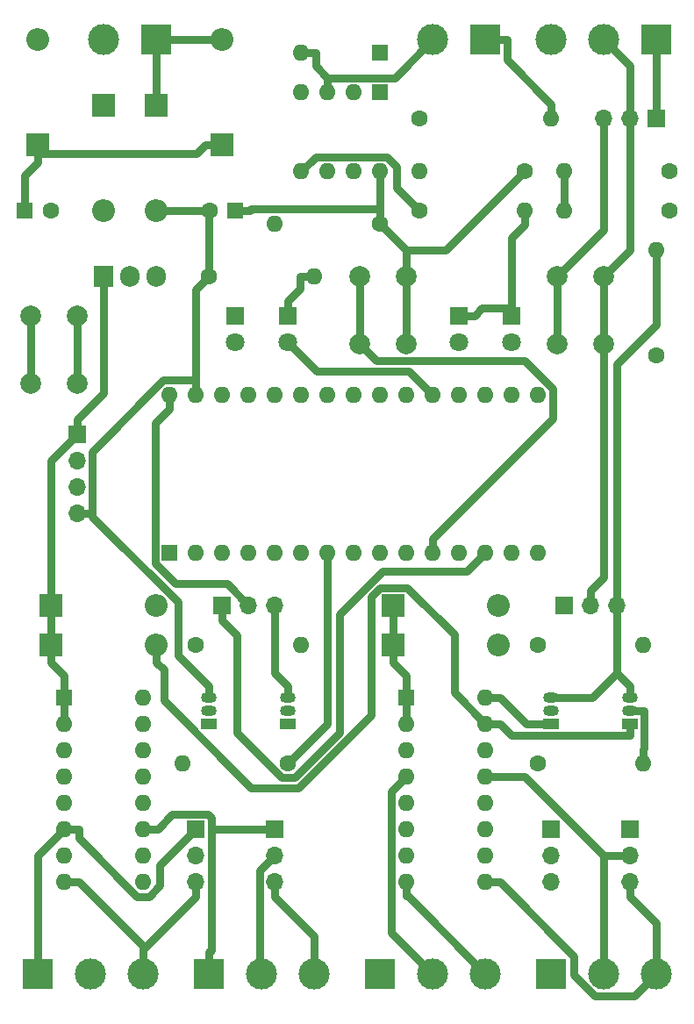
<source format=gbr>
%TF.GenerationSoftware,KiCad,Pcbnew,(6.0.6)*%
%TF.CreationDate,2023-08-03T10:39:42+02:00*%
%TF.ProjectId,SM01,534d3031-2e6b-4696-9361-645f70636258,1.2*%
%TF.SameCoordinates,Original*%
%TF.FileFunction,Copper,L1,Top*%
%TF.FilePolarity,Positive*%
%FSLAX46Y46*%
G04 Gerber Fmt 4.6, Leading zero omitted, Abs format (unit mm)*
G04 Created by KiCad (PCBNEW (6.0.6)) date 2023-08-03 10:39:42*
%MOMM*%
%LPD*%
G01*
G04 APERTURE LIST*
%TA.AperFunction,ComponentPad*%
%ADD10R,1.600000X1.600000*%
%TD*%
%TA.AperFunction,ComponentPad*%
%ADD11O,1.600000X1.600000*%
%TD*%
%TA.AperFunction,ComponentPad*%
%ADD12C,1.600000*%
%TD*%
%TA.AperFunction,ComponentPad*%
%ADD13R,2.200000X2.200000*%
%TD*%
%TA.AperFunction,ComponentPad*%
%ADD14O,2.200000X2.200000*%
%TD*%
%TA.AperFunction,ComponentPad*%
%ADD15R,3.000000X3.000000*%
%TD*%
%TA.AperFunction,ComponentPad*%
%ADD16C,3.000000*%
%TD*%
%TA.AperFunction,ComponentPad*%
%ADD17R,1.500000X1.050000*%
%TD*%
%TA.AperFunction,ComponentPad*%
%ADD18O,1.500000X1.050000*%
%TD*%
%TA.AperFunction,ComponentPad*%
%ADD19C,2.000000*%
%TD*%
%TA.AperFunction,ComponentPad*%
%ADD20R,1.905000X2.000000*%
%TD*%
%TA.AperFunction,ComponentPad*%
%ADD21O,1.905000X2.000000*%
%TD*%
%TA.AperFunction,ComponentPad*%
%ADD22R,1.700000X1.700000*%
%TD*%
%TA.AperFunction,ComponentPad*%
%ADD23O,1.700000X1.700000*%
%TD*%
%TA.AperFunction,ComponentPad*%
%ADD24R,1.800000X1.800000*%
%TD*%
%TA.AperFunction,ComponentPad*%
%ADD25C,1.800000*%
%TD*%
%TA.AperFunction,Conductor*%
%ADD26C,0.750000*%
%TD*%
G04 APERTURE END LIST*
D10*
%TO.P,A1,1,D1/TX*%
%TO.N,Net-(A1-Pad1)*%
X30480000Y-71120000D03*
D11*
%TO.P,A1,2,D0/RX*%
%TO.N,Net-(A1-Pad2)*%
X33020000Y-71120000D03*
%TO.P,A1,3,~{RESET}*%
%TO.N,unconnected-(A1-Pad3)*%
X35560000Y-71120000D03*
%TO.P,A1,4,GND*%
%TO.N,unconnected-(A1-Pad4)*%
X38100000Y-71120000D03*
%TO.P,A1,5,D2*%
%TO.N,DCC*%
X40640000Y-71120000D03*
%TO.P,A1,6,D3*%
%TO.N,SET_A*%
X43180000Y-71120000D03*
%TO.P,A1,7,D4*%
%TO.N,RESET_A*%
X45720000Y-71120000D03*
%TO.P,A1,8,D5*%
%TO.N,SET_B*%
X48260000Y-71120000D03*
%TO.P,A1,9,D6*%
%TO.N,RESET_B*%
X50800000Y-71120000D03*
%TO.P,A1,10,D7*%
%TO.N,SW_MODE*%
X53340000Y-71120000D03*
%TO.P,A1,11,D8*%
%TO.N,SW_POS_A*%
X55880000Y-71120000D03*
%TO.P,A1,12,D9*%
%TO.N,SW_POS_B*%
X58420000Y-71120000D03*
%TO.P,A1,13,D10*%
%TO.N,Net-(A1-Pad13)*%
X60960000Y-71120000D03*
%TO.P,A1,14,D11*%
%TO.N,Net-(A1-Pad14)*%
X63500000Y-71120000D03*
%TO.P,A1,15,D12*%
%TO.N,unconnected-(A1-Pad15)*%
X66040000Y-71120000D03*
%TO.P,A1,16,D13*%
%TO.N,unconnected-(A1-Pad16)*%
X66040000Y-55880000D03*
%TO.P,A1,17,3V3*%
%TO.N,unconnected-(A1-Pad17)*%
X63500000Y-55880000D03*
%TO.P,A1,18,AREF*%
%TO.N,unconnected-(A1-Pad18)*%
X60960000Y-55880000D03*
%TO.P,A1,19,A0*%
%TO.N,Net-(A1-Pad19)*%
X58420000Y-55880000D03*
%TO.P,A1,20,A1*%
%TO.N,Net-(A1-Pad20)*%
X55880000Y-55880000D03*
%TO.P,A1,21,A2*%
%TO.N,Net-(A1-Pad21)*%
X53340000Y-55880000D03*
%TO.P,A1,22,A3*%
%TO.N,Net-(A1-Pad22)*%
X50800000Y-55880000D03*
%TO.P,A1,23,A4*%
%TO.N,unconnected-(A1-Pad23)*%
X48260000Y-55880000D03*
%TO.P,A1,24,A5*%
%TO.N,unconnected-(A1-Pad24)*%
X45720000Y-55880000D03*
%TO.P,A1,25,A6*%
%TO.N,unconnected-(A1-Pad25)*%
X43180000Y-55880000D03*
%TO.P,A1,26,A7*%
%TO.N,unconnected-(A1-Pad26)*%
X40640000Y-55880000D03*
%TO.P,A1,27,+5V*%
%TO.N,unconnected-(A1-Pad27)*%
X38100000Y-55880000D03*
%TO.P,A1,28,~{RESET}*%
%TO.N,unconnected-(A1-Pad28)*%
X35560000Y-55880000D03*
%TO.P,A1,29,GND*%
%TO.N,GND*%
X33020000Y-55880000D03*
%TO.P,A1,30,VIN*%
%TO.N,+5V*%
X30480000Y-55880000D03*
%TD*%
D10*
%TO.P,C1,1*%
%TO.N,VCC*%
X16510000Y-38100000D03*
D12*
%TO.P,C1,2*%
%TO.N,GND*%
X19010000Y-38100000D03*
%TD*%
D10*
%TO.P,C2,1*%
%TO.N,+5V*%
X36830000Y-38100000D03*
D12*
%TO.P,C2,2*%
%TO.N,GND*%
X34330000Y-38100000D03*
%TD*%
D13*
%TO.P,D1,1,K*%
%TO.N,VCC*%
X35560000Y-31750000D03*
D14*
%TO.P,D1,2,A*%
%TO.N,Net-(D1-Pad2)*%
X35560000Y-21590000D03*
%TD*%
D13*
%TO.P,D2,1,K*%
%TO.N,Net-(D1-Pad2)*%
X29210000Y-27940000D03*
D14*
%TO.P,D2,2,A*%
%TO.N,GND*%
X29210000Y-38100000D03*
%TD*%
D13*
%TO.P,D3,1,K*%
%TO.N,VCC*%
X17780000Y-31750000D03*
D14*
%TO.P,D3,2,A*%
%TO.N,Net-(D3-Pad2)*%
X17780000Y-21590000D03*
%TD*%
D13*
%TO.P,D4,1,K*%
%TO.N,Net-(D3-Pad2)*%
X24130000Y-27940000D03*
D14*
%TO.P,D4,2,A*%
%TO.N,GND*%
X24130000Y-38100000D03*
%TD*%
D13*
%TO.P,D10,1,K*%
%TO.N,VCC*%
X52070000Y-80010000D03*
D14*
%TO.P,D10,2,A*%
%TO.N,Net-(D10-Pad2)*%
X62230000Y-80010000D03*
%TD*%
D13*
%TO.P,D11,1,K*%
%TO.N,VCC*%
X52070000Y-76200000D03*
D14*
%TO.P,D11,2,A*%
%TO.N,Net-(D11-Pad2)*%
X62230000Y-76200000D03*
%TD*%
D15*
%TO.P,J1,1,Pin_1*%
%TO.N,Net-(J1-Pad1)*%
X60960000Y-21590000D03*
D16*
%TO.P,J1,2,Pin_2*%
%TO.N,Net-(D5-Pad2)*%
X55880000Y-21590000D03*
%TD*%
D15*
%TO.P,J2,1,Pin_1*%
%TO.N,Net-(D1-Pad2)*%
X29210000Y-21590000D03*
D16*
%TO.P,J2,2,Pin_2*%
%TO.N,Net-(D3-Pad2)*%
X24130000Y-21590000D03*
%TD*%
D15*
%TO.P,J3,1,Pin_1*%
%TO.N,SW_POS_A*%
X77470000Y-21590000D03*
D16*
%TO.P,J3,2,Pin_2*%
%TO.N,+5V*%
X72390000Y-21590000D03*
%TO.P,J3,3,Pin_3*%
%TO.N,SW_POS_B*%
X67310000Y-21590000D03*
%TD*%
D15*
%TO.P,J8,1,Pin_1*%
%TO.N,Net-(J12-Pad1)*%
X17780000Y-111760000D03*
D16*
%TO.P,J8,2,Pin_2*%
%TO.N,Net-(J12-Pad2)*%
X22860000Y-111760000D03*
%TO.P,J8,3,Pin_3*%
%TO.N,Net-(J12-Pad3)*%
X27940000Y-111760000D03*
%TD*%
D15*
%TO.P,J9,1,Pin_1*%
%TO.N,Net-(J13-Pad1)*%
X34290000Y-111760000D03*
D16*
%TO.P,J9,2,Pin_2*%
%TO.N,Net-(J13-Pad2)*%
X39370000Y-111760000D03*
%TO.P,J9,3,Pin_3*%
%TO.N,Net-(J13-Pad3)*%
X44450000Y-111760000D03*
%TD*%
D15*
%TO.P,J10,1,Pin_1*%
%TO.N,Net-(J10-Pad1)*%
X50800000Y-111760000D03*
D16*
%TO.P,J10,2,Pin_2*%
%TO.N,Net-(J10-Pad2)*%
X55880000Y-111760000D03*
%TO.P,J10,3,Pin_3*%
%TO.N,Net-(J10-Pad3)*%
X60960000Y-111760000D03*
%TD*%
D15*
%TO.P,J11,1,Pin_1*%
%TO.N,Net-(J11-Pad1)*%
X67310000Y-111760000D03*
D16*
%TO.P,J11,2,Pin_2*%
%TO.N,Net-(J11-Pad2)*%
X72390000Y-111760000D03*
%TO.P,J11,3,Pin_3*%
%TO.N,Net-(J11-Pad3)*%
X77470000Y-111760000D03*
%TD*%
D10*
%TO.P,K1,1*%
%TO.N,VCC*%
X20320000Y-85090000D03*
D11*
%TO.P,K1,2*%
X20320000Y-87630000D03*
%TO.P,K1,3*%
%TO.N,N/C*%
X20320000Y-90170000D03*
%TO.P,K1,4*%
%TO.N,Net-(J12-Pad2)*%
X20320000Y-92710000D03*
%TO.P,K1,5*%
%TO.N,N/C*%
X20320000Y-95250000D03*
%TO.P,K1,6*%
%TO.N,Net-(J12-Pad1)*%
X20320000Y-97790000D03*
%TO.P,K1,7*%
%TO.N,N/C*%
X20320000Y-100330000D03*
%TO.P,K1,8*%
%TO.N,Net-(J12-Pad3)*%
X20320000Y-102870000D03*
%TO.P,K1,9*%
%TO.N,Net-(J13-Pad3)*%
X27940000Y-102870000D03*
%TO.P,K1,10*%
%TO.N,N/C*%
X27940000Y-100330000D03*
%TO.P,K1,11*%
%TO.N,Net-(J13-Pad1)*%
X27940000Y-97790000D03*
%TO.P,K1,12*%
%TO.N,N/C*%
X27940000Y-95250000D03*
%TO.P,K1,13*%
%TO.N,Net-(J13-Pad2)*%
X27940000Y-92710000D03*
%TO.P,K1,14*%
%TO.N,N/C*%
X27940000Y-90170000D03*
%TO.P,K1,15*%
%TO.N,Net-(D11-Pad2)*%
X27940000Y-87630000D03*
%TO.P,K1,16*%
%TO.N,Net-(D10-Pad2)*%
X27940000Y-85090000D03*
%TD*%
D10*
%TO.P,K2,1*%
%TO.N,VCC*%
X53340000Y-85090000D03*
D11*
%TO.P,K2,2*%
X53340000Y-87630000D03*
%TO.P,K2,3*%
%TO.N,N/C*%
X53340000Y-90170000D03*
%TO.P,K2,4*%
%TO.N,Net-(J10-Pad2)*%
X53340000Y-92710000D03*
%TO.P,K2,5*%
%TO.N,N/C*%
X53340000Y-95250000D03*
%TO.P,K2,6*%
%TO.N,Net-(J10-Pad1)*%
X53340000Y-97790000D03*
%TO.P,K2,7*%
%TO.N,N/C*%
X53340000Y-100330000D03*
%TO.P,K2,8*%
%TO.N,Net-(J10-Pad3)*%
X53340000Y-102870000D03*
%TO.P,K2,9*%
%TO.N,Net-(J11-Pad3)*%
X60960000Y-102870000D03*
%TO.P,K2,10*%
%TO.N,N/C*%
X60960000Y-100330000D03*
%TO.P,K2,11*%
%TO.N,Net-(J11-Pad1)*%
X60960000Y-97790000D03*
%TO.P,K2,12*%
%TO.N,N/C*%
X60960000Y-95250000D03*
%TO.P,K2,13*%
%TO.N,Net-(J11-Pad2)*%
X60960000Y-92710000D03*
%TO.P,K2,14*%
%TO.N,N/C*%
X60960000Y-90170000D03*
%TO.P,K2,15*%
%TO.N,Net-(D13-Pad2)*%
X60960000Y-87630000D03*
%TO.P,K2,16*%
%TO.N,Net-(D12-Pad2)*%
X60960000Y-85090000D03*
%TD*%
D17*
%TO.P,Q4,1,C*%
%TO.N,Net-(D13-Pad2)*%
X74930000Y-87630000D03*
D18*
%TO.P,Q4,2,B*%
%TO.N,Net-(Q4-Pad2)*%
X74930000Y-86360000D03*
%TO.P,Q4,3,E*%
%TO.N,GND*%
X74930000Y-85090000D03*
%TD*%
D12*
%TO.P,R1,1*%
%TO.N,Net-(D5-Pad1)*%
X54610000Y-29210000D03*
D11*
%TO.P,R1,2*%
%TO.N,Net-(J1-Pad1)*%
X67310000Y-29210000D03*
%TD*%
D12*
%TO.P,R2,1*%
%TO.N,SW_MODE*%
X78740000Y-34290000D03*
D11*
%TO.P,R2,2*%
%TO.N,GND*%
X68580000Y-34290000D03*
%TD*%
D12*
%TO.P,R3,1*%
%TO.N,SW_POS_A*%
X78740000Y-38100000D03*
D11*
%TO.P,R3,2*%
%TO.N,GND*%
X68580000Y-38100000D03*
%TD*%
D12*
%TO.P,R4,1*%
%TO.N,SW_POS_B*%
X77470000Y-52070000D03*
D11*
%TO.P,R4,2*%
%TO.N,GND*%
X77470000Y-41910000D03*
%TD*%
D12*
%TO.P,R5,1*%
%TO.N,+5V*%
X64770000Y-34290000D03*
D11*
%TO.P,R5,2*%
%TO.N,Net-(R5-Pad2)*%
X54610000Y-34290000D03*
%TD*%
D12*
%TO.P,R6,1*%
%TO.N,+5V*%
X50800000Y-39370000D03*
D11*
%TO.P,R6,2*%
%TO.N,DCC*%
X40640000Y-39370000D03*
%TD*%
D12*
%TO.P,R7,1*%
%TO.N,GND*%
X34290000Y-44450000D03*
D11*
%TO.P,R7,2*%
%TO.N,Net-(D6-Pad1)*%
X44450000Y-44450000D03*
%TD*%
D12*
%TO.P,R8,1*%
%TO.N,GND*%
X54610000Y-38100000D03*
D11*
%TO.P,R8,2*%
%TO.N,Net-(D8-Pad1)*%
X64770000Y-38100000D03*
%TD*%
D12*
%TO.P,R9,1*%
%TO.N,SET_A*%
X33020000Y-80010000D03*
D11*
%TO.P,R9,2*%
%TO.N,Net-(Q1-Pad2)*%
X43180000Y-80010000D03*
%TD*%
D12*
%TO.P,R10,1*%
%TO.N,RESET_A*%
X41910000Y-91440000D03*
D11*
%TO.P,R10,2*%
%TO.N,Net-(Q2-Pad2)*%
X31750000Y-91440000D03*
%TD*%
D12*
%TO.P,R12,1*%
%TO.N,RESET_B*%
X66040000Y-91440000D03*
D11*
%TO.P,R12,2*%
%TO.N,Net-(Q4-Pad2)*%
X76200000Y-91440000D03*
%TD*%
D19*
%TO.P,SW1,1,1*%
%TO.N,+5V*%
X21590000Y-48260000D03*
X21590000Y-54760000D03*
%TO.P,SW1,2,2*%
%TO.N,SW_MODE*%
X17090000Y-54760000D03*
X17090000Y-48260000D03*
%TD*%
%TO.P,SW2,1,1*%
%TO.N,+5V*%
X53340000Y-50950000D03*
X53340000Y-44450000D03*
%TO.P,SW2,2,2*%
%TO.N,SW_POS_A*%
X48840000Y-44450000D03*
X48840000Y-50950000D03*
%TD*%
%TO.P,SW3,1,1*%
%TO.N,+5V*%
X72390000Y-50950000D03*
X72390000Y-44450000D03*
%TO.P,SW3,2,2*%
%TO.N,SW_POS_B*%
X67890000Y-44450000D03*
X67890000Y-50950000D03*
%TD*%
D10*
%TO.P,U1,1,NC*%
%TO.N,unconnected-(U1-Pad1)*%
X50800000Y-26670000D03*
D11*
%TO.P,U1,2,A*%
%TO.N,Net-(D5-Pad1)*%
X48260000Y-26670000D03*
%TO.P,U1,3,C*%
%TO.N,Net-(D5-Pad2)*%
X45720000Y-26670000D03*
%TO.P,U1,4*%
%TO.N,N/C*%
X43180000Y-26670000D03*
%TO.P,U1,5,GND*%
%TO.N,GND*%
X43180000Y-34290000D03*
%TO.P,U1,6,VO*%
%TO.N,DCC*%
X45720000Y-34290000D03*
%TO.P,U1,7,EN*%
%TO.N,Net-(R5-Pad2)*%
X48260000Y-34290000D03*
%TO.P,U1,8,VCC*%
%TO.N,+5V*%
X50800000Y-34290000D03*
%TD*%
D20*
%TO.P,U2,1,VI*%
%TO.N,VCC*%
X24130000Y-44450000D03*
D21*
%TO.P,U2,2,GND*%
%TO.N,GND*%
X26670000Y-44450000D03*
%TO.P,U2,3,VO*%
%TO.N,+5V*%
X29210000Y-44450000D03*
%TD*%
D22*
%TO.P,J5,1,Pin_1*%
%TO.N,VCC*%
X21590000Y-59690000D03*
D23*
%TO.P,J5,2,Pin_2*%
%TO.N,Net-(A1-Pad2)*%
X21590000Y-62230000D03*
%TO.P,J5,3,Pin_3*%
%TO.N,Net-(A1-Pad1)*%
X21590000Y-64770000D03*
%TO.P,J5,4,Pin_4*%
%TO.N,GND*%
X21590000Y-67310000D03*
%TD*%
D18*
%TO.P,Q1,3,E*%
%TO.N,GND*%
X34290000Y-85090000D03*
%TO.P,Q1,2,B*%
%TO.N,Net-(Q1-Pad2)*%
X34290000Y-86360000D03*
D17*
%TO.P,Q1,1,C*%
%TO.N,Net-(D10-Pad2)*%
X34290000Y-87630000D03*
%TD*%
%TO.P,Q3,1,C*%
%TO.N,Net-(D12-Pad2)*%
X67310000Y-87630000D03*
D18*
%TO.P,Q3,2,B*%
%TO.N,Net-(Q3-Pad2)*%
X67310000Y-86360000D03*
%TO.P,Q3,3,E*%
%TO.N,GND*%
X67310000Y-85090000D03*
%TD*%
D17*
%TO.P,Q2,1,C*%
%TO.N,Net-(D11-Pad2)*%
X41910000Y-87630000D03*
D18*
%TO.P,Q2,2,B*%
%TO.N,Net-(Q2-Pad2)*%
X41910000Y-86360000D03*
%TO.P,Q2,3,E*%
%TO.N,GND*%
X41910000Y-85090000D03*
%TD*%
D10*
%TO.P,D5,1,K*%
%TO.N,Net-(D5-Pad1)*%
X50800000Y-22860000D03*
D11*
%TO.P,D5,2,A*%
%TO.N,Net-(D5-Pad2)*%
X43180000Y-22860000D03*
%TD*%
D23*
%TO.P,J6,3,Pin_3*%
%TO.N,GND*%
X40640000Y-76200000D03*
%TO.P,J6,2,Pin_2*%
%TO.N,+5V*%
X38100000Y-76200000D03*
D22*
%TO.P,J6,1,Pin_1*%
%TO.N,Net-(A1-Pad13)*%
X35560000Y-76200000D03*
%TD*%
%TO.P,J7,1,Pin_1*%
%TO.N,Net-(A1-Pad14)*%
X68580000Y-76200000D03*
D23*
%TO.P,J7,2,Pin_2*%
%TO.N,+5V*%
X71120000Y-76200000D03*
%TO.P,J7,3,Pin_3*%
%TO.N,GND*%
X73660000Y-76200000D03*
%TD*%
D12*
%TO.P,R11,1*%
%TO.N,SET_B*%
X66040000Y-80010000D03*
D11*
%TO.P,R11,2*%
%TO.N,Net-(Q3-Pad2)*%
X76200000Y-80010000D03*
%TD*%
D22*
%TO.P,J4,1,Pin_1*%
%TO.N,SW_POS_A*%
X77470000Y-29210000D03*
D23*
%TO.P,J4,2,Pin_2*%
%TO.N,+5V*%
X74930000Y-29210000D03*
%TO.P,J4,3,Pin_3*%
%TO.N,SW_POS_B*%
X72390000Y-29210000D03*
%TD*%
D22*
%TO.P,J12,1,Pin_1*%
%TO.N,Net-(J12-Pad1)*%
X33020000Y-97790000D03*
D23*
%TO.P,J12,2,Pin_2*%
%TO.N,Net-(J12-Pad2)*%
X33020000Y-100330000D03*
%TO.P,J12,3,Pin_3*%
%TO.N,Net-(J12-Pad3)*%
X33020000Y-102870000D03*
%TD*%
D22*
%TO.P,J13,1,Pin_1*%
%TO.N,Net-(J13-Pad1)*%
X40640000Y-97790000D03*
D23*
%TO.P,J13,2,Pin_2*%
%TO.N,Net-(J13-Pad2)*%
X40640000Y-100330000D03*
%TO.P,J13,3,Pin_3*%
%TO.N,Net-(J13-Pad3)*%
X40640000Y-102870000D03*
%TD*%
D22*
%TO.P,J14,1,Pin_1*%
%TO.N,Net-(J10-Pad1)*%
X67310000Y-97790000D03*
D23*
%TO.P,J14,2,Pin_2*%
%TO.N,Net-(J10-Pad2)*%
X67310000Y-100330000D03*
%TO.P,J14,3,Pin_3*%
%TO.N,Net-(J10-Pad3)*%
X67310000Y-102870000D03*
%TD*%
D22*
%TO.P,J15,1,Pin_1*%
%TO.N,Net-(J11-Pad1)*%
X74930000Y-97790000D03*
D23*
%TO.P,J15,2,Pin_2*%
%TO.N,Net-(J11-Pad2)*%
X74930000Y-100330000D03*
%TO.P,J15,3,Pin_3*%
%TO.N,Net-(J11-Pad3)*%
X74930000Y-102870000D03*
%TD*%
D24*
%TO.P,D6,1,K*%
%TO.N,Net-(D6-Pad1)*%
X36830000Y-48260000D03*
D25*
%TO.P,D6,2,A*%
%TO.N,Net-(A1-Pad19)*%
X36830000Y-50800000D03*
%TD*%
D24*
%TO.P,D7,1,K*%
%TO.N,Net-(D6-Pad1)*%
X41910000Y-48260000D03*
D25*
%TO.P,D7,2,A*%
%TO.N,Net-(A1-Pad20)*%
X41910000Y-50800000D03*
%TD*%
D24*
%TO.P,D8,1,K*%
%TO.N,Net-(D8-Pad1)*%
X58420000Y-48260000D03*
D25*
%TO.P,D8,2,A*%
%TO.N,Net-(A1-Pad21)*%
X58420000Y-50800000D03*
%TD*%
D24*
%TO.P,D9,1,K*%
%TO.N,Net-(D8-Pad1)*%
X63500000Y-48260000D03*
D25*
%TO.P,D9,2,A*%
%TO.N,Net-(A1-Pad22)*%
X63500000Y-50800000D03*
%TD*%
D13*
%TO.P,D12,1,K*%
%TO.N,VCC*%
X19050000Y-76200000D03*
D14*
%TO.P,D12,2,A*%
%TO.N,Net-(D12-Pad2)*%
X29210000Y-76200000D03*
%TD*%
D13*
%TO.P,D13,1,K*%
%TO.N,VCC*%
X19050000Y-80010000D03*
D14*
%TO.P,D13,2,A*%
%TO.N,Net-(D13-Pad2)*%
X29210000Y-80010000D03*
%TD*%
D26*
%TO.N,Net-(A1-Pad20)*%
X53556400Y-53556400D02*
X55880000Y-55880000D01*
X44666400Y-53556400D02*
X53556400Y-53556400D01*
X41910000Y-50800000D02*
X44666400Y-53556400D01*
%TO.N,RESET_A*%
X41910000Y-91440000D02*
X45720000Y-87630000D01*
X45720000Y-71120000D02*
X45720000Y-72495300D01*
X45720000Y-87630000D02*
X45720000Y-72495300D01*
%TO.N,SW_MODE*%
X17090000Y-54760000D02*
X17090000Y-48260000D01*
%TO.N,SW_POS_A*%
X55880000Y-71120000D02*
X55880000Y-69744700D01*
X67473500Y-55331500D02*
X67473500Y-58151200D01*
X67473500Y-58151200D02*
X55880000Y-69744700D01*
X50476700Y-52586700D02*
X64728700Y-52586700D01*
X48840000Y-50950000D02*
X48840000Y-44450000D01*
X77470000Y-29210000D02*
X77470000Y-21590000D01*
X64728700Y-52586700D02*
X67473500Y-55331500D01*
X48840000Y-50950000D02*
X50476700Y-52586700D01*
%TO.N,SW_POS_B*%
X72390000Y-39950000D02*
X67890000Y-44450000D01*
X67890000Y-44450000D02*
X67890000Y-50950000D01*
X72390000Y-29210000D02*
X72390000Y-39950000D01*
%TO.N,Net-(A1-Pad13)*%
X46891900Y-77016600D02*
X46891900Y-88462200D01*
X35560000Y-76200000D02*
X35560000Y-77625300D01*
X46891900Y-88462200D02*
X42528200Y-92825900D01*
X60960000Y-71120000D02*
X59166700Y-72913300D01*
X50995200Y-72913300D02*
X46891900Y-77016600D01*
X36985300Y-79050600D02*
X35560000Y-77625300D01*
X41323600Y-92825900D02*
X36985300Y-88487600D01*
X59166700Y-72913300D02*
X50995200Y-72913300D01*
X36985300Y-88487600D02*
X36985300Y-79050600D01*
X42528200Y-92825900D02*
X41323600Y-92825900D01*
%TO.N,GND*%
X33020000Y-54481800D02*
X33020000Y-55880000D01*
X77470000Y-49105000D02*
X77470000Y-41910000D01*
X52409100Y-35899100D02*
X52409100Y-33883000D01*
X68580000Y-38100000D02*
X68580000Y-34290000D01*
X21590000Y-67310000D02*
X22777700Y-67310000D01*
X23015300Y-67310000D02*
X23015300Y-67610000D01*
X33020000Y-45720000D02*
X33020000Y-54481800D01*
X67310000Y-85090000D02*
X71289700Y-85090000D01*
X23015300Y-67310000D02*
X23015300Y-61360000D01*
X34290000Y-85090000D02*
X34290000Y-83989700D01*
X23015300Y-67610000D02*
X31303800Y-75898500D01*
X41910000Y-85090000D02*
X41910000Y-83989700D01*
X34290000Y-38140000D02*
X30925300Y-38140000D01*
X34290000Y-44450000D02*
X34290000Y-38140000D01*
X71289700Y-85090000D02*
X73660000Y-82719700D01*
X23015300Y-61360000D02*
X29893500Y-54481800D01*
X34290000Y-38140000D02*
X34330000Y-38100000D01*
X52409100Y-33883000D02*
X51429800Y-32903700D01*
X44566300Y-32903700D02*
X43180000Y-34290000D01*
X51429800Y-32903700D02*
X44566300Y-32903700D01*
X31303800Y-75898500D02*
X31303800Y-81003500D01*
X41910000Y-83989700D02*
X40640000Y-82719700D01*
X30925300Y-38140000D02*
X30885300Y-38100000D01*
X73660000Y-52915000D02*
X77470000Y-49105000D01*
X22777700Y-67310000D02*
X23015300Y-67310000D01*
X34290000Y-44450000D02*
X33020000Y-45720000D01*
X54610000Y-38100000D02*
X52409100Y-35899100D01*
X29893500Y-54481800D02*
X33020000Y-54481800D01*
X29210000Y-38100000D02*
X30885300Y-38100000D01*
X74930000Y-85090000D02*
X74930000Y-83989700D01*
X40640000Y-82719700D02*
X40640000Y-76200000D01*
X73660000Y-82719700D02*
X73660000Y-76200000D01*
X31303800Y-81003500D02*
X34290000Y-83989700D01*
X73660000Y-76200000D02*
X73660000Y-52915000D01*
X73660000Y-82719700D02*
X74930000Y-83989700D01*
%TO.N,+5V*%
X29104600Y-72179300D02*
X31027700Y-74102400D01*
X72390000Y-73504700D02*
X71120000Y-74774700D01*
X53340000Y-50950000D02*
X53340000Y-44450000D01*
X64770000Y-34290000D02*
X57150000Y-41910000D01*
X50800000Y-37954400D02*
X50800000Y-39370000D01*
X74930000Y-29210000D02*
X74930000Y-24130000D01*
X31027700Y-74102400D02*
X36002400Y-74102400D01*
X72390000Y-44450000D02*
X74930000Y-41910000D01*
X50800000Y-37954400D02*
X38350900Y-37954400D01*
X30480000Y-57255300D02*
X29104600Y-58630700D01*
X29104600Y-58630700D02*
X29104600Y-72179300D01*
X50800000Y-34290000D02*
X50800000Y-35665300D01*
X72390000Y-44450000D02*
X72390000Y-50950000D01*
X36002400Y-74102400D02*
X38100000Y-76200000D01*
X36830000Y-38100000D02*
X38205300Y-38100000D01*
X74930000Y-24130000D02*
X72390000Y-21590000D01*
X53340000Y-41910000D02*
X53340000Y-44450000D01*
X50800000Y-39370000D02*
X53340000Y-41910000D01*
X21590000Y-54760000D02*
X21590000Y-48260000D01*
X50800000Y-35665300D02*
X50800000Y-37954400D01*
X71120000Y-76200000D02*
X71120000Y-74774700D01*
X57150000Y-41910000D02*
X53340000Y-41910000D01*
X38350900Y-37954400D02*
X38205300Y-38100000D01*
X74930000Y-41910000D02*
X74930000Y-29210000D01*
X30480000Y-55880000D02*
X30480000Y-57255300D01*
X72390000Y-50950000D02*
X72390000Y-73504700D01*
%TO.N,VCC*%
X53340000Y-87630000D02*
X53340000Y-85090000D01*
X16510000Y-38100000D02*
X16510000Y-34695300D01*
X33047100Y-32587600D02*
X33884700Y-31750000D01*
X21590000Y-59690000D02*
X21590000Y-58264700D01*
X19050000Y-80010000D02*
X19050000Y-76200000D01*
X16510000Y-34695300D02*
X17780000Y-33425300D01*
X21590000Y-58264700D02*
X24130000Y-55724700D01*
X52070000Y-81685300D02*
X53340000Y-82955300D01*
X20320000Y-85090000D02*
X20320000Y-87630000D01*
X24130000Y-55724700D02*
X24130000Y-44450000D01*
X19050000Y-80010000D02*
X19050000Y-81685300D01*
X52070000Y-80010000D02*
X52070000Y-81685300D01*
X20320000Y-82955300D02*
X20320000Y-85090000D01*
X35560000Y-31750000D02*
X33884700Y-31750000D01*
X19050000Y-62230000D02*
X21590000Y-59690000D01*
X53340000Y-82955300D02*
X53340000Y-85090000D01*
X52070000Y-76200000D02*
X52070000Y-80010000D01*
X19050000Y-81685300D02*
X20320000Y-82955300D01*
X17780000Y-32587600D02*
X17780000Y-33425300D01*
X19050000Y-76200000D02*
X19050000Y-62230000D01*
X17780000Y-32587600D02*
X33047100Y-32587600D01*
X17780000Y-31750000D02*
X17780000Y-32587600D01*
%TO.N,Net-(D1-Pad2)*%
X29210000Y-21590000D02*
X33884700Y-21590000D01*
X35560000Y-21590000D02*
X33884700Y-21590000D01*
X29210000Y-21590000D02*
X29210000Y-26264700D01*
X29210000Y-27940000D02*
X29210000Y-26264700D01*
%TO.N,Net-(J1-Pad1)*%
X67310000Y-27834700D02*
X63035300Y-23560000D01*
X67310000Y-29210000D02*
X67310000Y-27834700D01*
X63035300Y-23560000D02*
X63035300Y-21590000D01*
X60960000Y-21590000D02*
X63035300Y-21590000D01*
%TO.N,Net-(J10-Pad3)*%
X60960000Y-111760000D02*
X53445300Y-104245300D01*
X53445300Y-104245300D02*
X53340000Y-104245300D01*
X53340000Y-102870000D02*
X53340000Y-104245300D01*
%TO.N,Net-(J10-Pad2)*%
X51912700Y-107792700D02*
X51912700Y-94137300D01*
X51912700Y-94137300D02*
X53340000Y-92710000D01*
X55880000Y-111760000D02*
X51912700Y-107792700D01*
%TO.N,Net-(Q4-Pad2)*%
X76200000Y-91440000D02*
X76200000Y-90064700D01*
X76255300Y-90009400D02*
X76255300Y-86360000D01*
X74930000Y-86360000D02*
X76255300Y-86360000D01*
X76200000Y-90064700D02*
X76255300Y-90009400D01*
%TO.N,Net-(J12-Pad1)*%
X17780000Y-100330000D02*
X17780000Y-111760000D01*
X20320000Y-97790000D02*
X21695300Y-97790000D01*
X29564700Y-101245300D02*
X29564700Y-103195900D01*
X21695300Y-98661900D02*
X21695300Y-97790000D01*
X33020000Y-97790000D02*
X29564700Y-101245300D01*
X29564700Y-103195900D02*
X28489600Y-104271000D01*
X28489600Y-104271000D02*
X27304400Y-104271000D01*
X27304400Y-104271000D02*
X21695300Y-98661900D01*
X20320000Y-97790000D02*
X17780000Y-100330000D01*
%TO.N,Net-(J12-Pad3)*%
X20320000Y-102870000D02*
X21695300Y-102870000D01*
X27940000Y-109375300D02*
X27940000Y-111760000D01*
X28070300Y-109245000D02*
X27940000Y-109375300D01*
X33020000Y-104295300D02*
X28070300Y-109245000D01*
X21695300Y-102870000D02*
X28070300Y-109245000D01*
X33020000Y-102870000D02*
X33020000Y-104295300D01*
%TO.N,Net-(J13-Pad3)*%
X40640000Y-102870000D02*
X40640000Y-104295300D01*
X44450000Y-108105300D02*
X44450000Y-111760000D01*
X40640000Y-104295300D02*
X44450000Y-108105300D01*
%TO.N,Net-(J13-Pad2)*%
X40640000Y-100330000D02*
X39214500Y-101755500D01*
X39214500Y-111604500D02*
X39370000Y-111760000D01*
X39214500Y-101755500D02*
X39214500Y-111604500D01*
%TO.N,Net-(J13-Pad1)*%
X40640000Y-97790000D02*
X39214700Y-97790000D01*
X39214700Y-97790000D02*
X34485700Y-97790000D01*
X34159400Y-96364600D02*
X34485700Y-96690900D01*
X30740700Y-96364600D02*
X34159400Y-96364600D01*
X34485700Y-97790000D02*
X34485700Y-109489000D01*
X29315300Y-97790000D02*
X30740700Y-96364600D01*
X34290000Y-111760000D02*
X34290000Y-109684700D01*
X27940000Y-97790000D02*
X29315300Y-97790000D01*
X34485700Y-96690900D02*
X34485700Y-97790000D01*
X34485700Y-109489000D02*
X34290000Y-109684700D01*
%TO.N,Net-(J11-Pad3)*%
X69513900Y-111841500D02*
X69513900Y-110048600D01*
X69513900Y-110048600D02*
X62335300Y-102870000D01*
X77470000Y-106835300D02*
X77470000Y-111760000D01*
X74930000Y-102870000D02*
X74930000Y-104295300D01*
X60960000Y-102870000D02*
X62335300Y-102870000D01*
X71532800Y-113860400D02*
X69513900Y-111841500D01*
X77470000Y-111760000D02*
X75369600Y-113860400D01*
X74930000Y-104295300D02*
X77470000Y-106835300D01*
X75369600Y-113860400D02*
X71532800Y-113860400D01*
%TO.N,Net-(J11-Pad2)*%
X64770000Y-92710000D02*
X72390000Y-100330000D01*
X74930000Y-100330000D02*
X73504700Y-100330000D01*
X73504700Y-100330000D02*
X72390000Y-100330000D01*
X60960000Y-92710000D02*
X64770000Y-92710000D01*
X72390000Y-100330000D02*
X72390000Y-111760000D01*
%TO.N,Net-(D5-Pad2)*%
X45720000Y-26670000D02*
X45720000Y-25294700D01*
X55880000Y-21590000D02*
X52175300Y-25294700D01*
X44555300Y-24130000D02*
X44555300Y-22860000D01*
X52175300Y-25294700D02*
X45720000Y-25294700D01*
X43180000Y-22860000D02*
X44555300Y-22860000D01*
X45720000Y-25294700D02*
X44555300Y-24130000D01*
%TO.N,Net-(D6-Pad1)*%
X44450000Y-44450000D02*
X43074700Y-44450000D01*
X41910000Y-46784700D02*
X43074700Y-45620000D01*
X43074700Y-45620000D02*
X43074700Y-44450000D01*
X41910000Y-48260000D02*
X41910000Y-46784700D01*
%TO.N,Net-(D8-Pad1)*%
X63500000Y-47522300D02*
X63500000Y-40745300D01*
X64770000Y-38100000D02*
X64770000Y-39475300D01*
X60633000Y-47522300D02*
X59895300Y-48260000D01*
X58420000Y-48260000D02*
X59895300Y-48260000D01*
X63500000Y-47522300D02*
X60633000Y-47522300D01*
X63500000Y-48260000D02*
X63500000Y-47522300D01*
X63500000Y-40745300D02*
X64770000Y-39475300D01*
%TO.N,Net-(D12-Pad2)*%
X67310000Y-87630000D02*
X64875300Y-87630000D01*
X64875300Y-87630000D02*
X62335300Y-85090000D01*
X60960000Y-85090000D02*
X62335300Y-85090000D01*
%TO.N,Net-(D13-Pad2)*%
X63435600Y-88730300D02*
X62335300Y-87630000D01*
X29904000Y-85337600D02*
X29904000Y-82379300D01*
X42925300Y-93779700D02*
X38346100Y-93779700D01*
X50771700Y-74480700D02*
X49929700Y-75322700D01*
X74930000Y-87630000D02*
X74930000Y-88730300D01*
X49929700Y-75322700D02*
X49929700Y-86775300D01*
X57937900Y-78980000D02*
X53438600Y-74480700D01*
X53438600Y-74480700D02*
X50771700Y-74480700D01*
X60960000Y-87630000D02*
X57937900Y-84607900D01*
X74930000Y-88730300D02*
X63435600Y-88730300D01*
X38346100Y-93779700D02*
X29904000Y-85337600D01*
X49929700Y-86775300D02*
X42925300Y-93779700D01*
X29210000Y-80010000D02*
X29210000Y-81685300D01*
X57937900Y-84607900D02*
X57937900Y-78980000D01*
X29904000Y-82379300D02*
X29210000Y-81685300D01*
X60960000Y-87630000D02*
X62335300Y-87630000D01*
%TD*%
M02*

</source>
